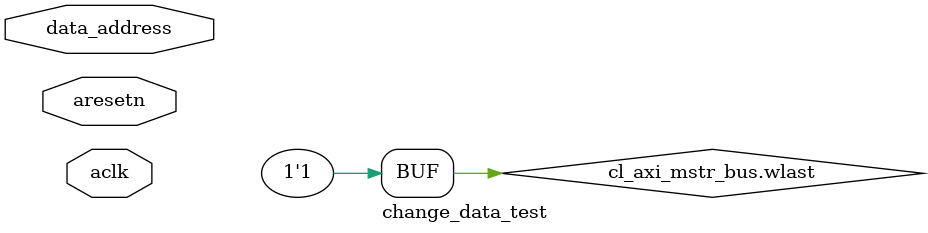
<source format=sv>

module change_data_test (

    input            aclk,
    input            aresetn,
    axi_bus_t.slave  cl_axi_mstr_bus,  // AXI Master Bus
    input [63:0]     data_address
);

 `include "cl_dram_dma_defines.vh"

  logic [31:0] local_storage;
  logic [63:0] address;
  logic address_changed;

  // synchronize address
  always_ff @(posedge aclk) begin
    if(~aresetn) begin
      address <= 0;
      address_changed <= 0;
    end else if (sm_in_state_idle) begin // only take new address if in idle
      address <= data_address;
      address_changed <= 1;
    end else begin
      address <= address;
      address_changed <= 0;
    end
  end

// -----------------------------------------------------------------------------
// Parameters
// -----------------------------------------------------------------------------

   // State Machine States
   typedef enum logic [2:0] {
      SM_IDLE,
      SM_R_REQUEST,
      SM_R_DATA,
      SM_CHANGE_DATA,
      SM_W_REQUEST,
      SM_W_DATA,
      SM_W_RESPONSE
   } sm_states;

   // Signals
   sm_states sm_next_state;
   sm_states sm_current_state;

   logic sm_in_state_idle;
   logic sm_in_state_r_request;
   logic sm_in_state_r_data;
   logic sm_in_state_change_data;
   logic sm_in_state_w_request;
   logic sm_in_state_w_data;
   logic sm_in_state_w_response;

   logic sm_input_make_read_request;
   logic sm_input_read_request_done;
   logic sm_input_data_read_done;
   logic sm_input_data_change_done;
   logic sm_input_write_request_done;
   logic sm_input_data_write_done;
   logic sm_input_write_response_received;

// -----------------------------------------------------------------------------
// State Machine
// -----------------------------------------------------------------------------
   
   // State Machine Logic
   always_comb begin

    case (sm_current_state)
      
      SM_IDLE: begin
        if (sm_input_make_read_request)
          sm_next_state <= SM_R_REQUEST;
        else
          sm_next_state <= SM_IDLE;
      end

      SM_R_REQUEST: begin
        if (sm_input_read_request_done)
          sm_next_state <= SM_R_DATA;
        else
          sm_next_state <= SM_R_REQUEST;
      end

      SM_R_DATA: begin
        if (sm_input_data_read_done)
          sm_next_state <= SM_CHANGE_DATA;
        else
          sm_next_state <= SM_R_DATA;
      end

      SM_CHANGE_DATA: begin
        if (sm_input_data_change_done)
          sm_next_state <= SM_W_REQUEST;
        else
          sm_next_state <= SM_CHANGE_DATA;
      end

      SM_W_REQUEST: begin
        if (sm_input_write_request_done)
          sm_next_state <= SM_W_DATA;
        else
          sm_next_state <= SM_W_REQUEST;
      end

      SM_W_DATA: begin
        if (sm_input_data_write_done)
          sm_next_state <= SM_W_RESPONSE;
        else
          sm_next_state <= SM_W_DATA;
      end

      SM_W_RESPONSE: begin
        if (sm_input_write_response_received)
          sm_next_state <= SM_IDLE;
        else
          sm_next_state <= SM_IDLE;
      end
      
      default: sm_next_state <= SM_IDLE;
    
    endcase

   end

   always_ff @(posedge aclk) begin
     if(~aresetn) begin
        sm_current_state <= SM_IDLE;
     end else begin
        sm_current_state <= sm_next_state;
     end
   end

   // State Machine Current State Outputs
   assign sm_in_state_idle        = sm_current_state == SM_IDLE;
   assign sm_in_state_r_request   = sm_current_state == SM_R_REQUEST;
   assign sm_in_state_r_data      = sm_current_state == SM_R_DATA;
   assign sm_in_state_change_data = sm_current_state == SM_CHANGE_DATA;
   assign sm_in_state_w_request   = sm_current_state == SM_W_REQUEST;
   assign sm_in_state_w_data      = sm_current_state == SM_W_DATA;
   assign sm_in_state_w_response  = sm_current_state == SM_W_RESPONSE;

// -----------------------------------------------------------------------------
// State Machine Inputs Logic
// -----------------------------------------------------------------------------

   assign sm_input_read_request_done       = cl_axi_mstr_bus.arready;
   assign sm_input_data_read_done          = cl_axi_mstr_bus.rvalid;
   assign sm_input_write_request_done      = cl_axi_mstr_bus.awready;
   assign sm_input_data_write_done         = cl_axi_mstr_bus.wready;
   assign sm_input_write_response_received = cl_axi_mstr_bus.bvalid;
   assign sm_input_make_read_request       = address_changed;
   assign sm_input_data_change_done        = sm_in_state_change_data;

// -----------------------------------------------------------------------------
// Action Logic !!!! MIGHT NEED TO BE FINISHED !!!!
// -----------------------------------------------------------------------------

   // reset
   always_ff @(posedge aclk) begin
     if(~aresetn) begin
       local_storage <= 0;
     end
   end

   // idle

   // read request

   // read data
   always_ff @(posedge aclk) begin
     if (sm_in_state_r_data && cl_axi_mstr_bus.rvalid) begin
       local_storage <= cl_axi_mstr_bus.rdata[31:0];
     end
   end

   // change data (byteswap)
   always_ff @(posedge aclk) begin
     if(sm_in_state_change_data) begin
        local_storage <= {local_storage[7:0], local_storage[15:8], local_storage[23:16], local_storage[31:24]};
     end
   end

   // write request

   // write data

   // write response

// -----------------------------------------------------------------------------
// AXI Bus Connections
// -----------------------------------------------------------------------------

   // Write Address
   assign cl_axi_mstr_bus.awid[15:0]   = 16'b0;                     // Only 1 outstanding command
   assign cl_axi_mstr_bus.awaddr[63:0] = address;
   assign cl_axi_mstr_bus.awlen[7:0]   = 8'h00;                     // Always 1 burst
   assign cl_axi_mstr_bus.awsize[2:0]  = 3'b010;                    // Always 4 bytes
   assign cl_axi_mstr_bus.awvalid      = sm_in_state_w_request;

   // Write Data
   assign cl_axi_mstr_bus.wid[15:0]    = 16'b0;                     // Only 1 outstanding command
   assign cl_axi_mstr_bus.wdata[511:0] = {480'b0, local_storage};
   assign cl_axi_mstr_bus.wstrb[63:0]  = 64'hF;                     // Always 4 bytes

   assign cl_axi_mstr_bus.wlast        = 1'b1;                      // Always 1 burst
   assign cl_axi_mstr_bus.wvalid       = sm_in_state_w_data;

   // Write Response
   assign cl_axi_mstr_bus.bready       = sm_in_state_w_response;

   // Read Address
   assign cl_axi_mstr_bus.arid[15:0]   = 16'b0;                     // Only 1 outstanding command
   assign cl_axi_mstr_bus.araddr[63:0] = address;
   assign cl_axi_mstr_bus.arlen[7:0]   = 8'h00;                     // Always 1 burst
   assign cl_axi_mstr_bus.arsize[2:0]  = 3'b010;                    // Always 4 bytes
   assign cl_axi_mstr_bus.arvalid      = sm_in_state_r_request;

   // Read Data
   assign cl_axi_mstr_bus.rready       = sm_in_state_r_data;

endmodule

</source>
